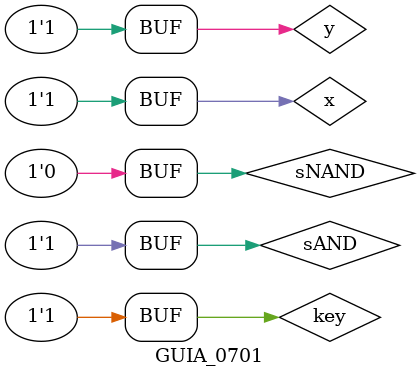
<source format=v>
/**
 * @file Guia_0701.v
 * @author 784778 - Wallace Freitas Oliveira (https://github.com/Olivwallace)
 * @brief Guia 07 Exercicio 01 - Arquitetura de Computadores I (PUC-Minas 1°/2023)
 * @date 19-03-2023
 */

/*
01.) Projetar e descrever em Verilog, usando portas nativas, inicialmente, uma unidade lógica (LU) com operações AND e NAND, com duas saídas 
independentes (paralelas, 2 respostas),  para variáveis de entrada com 01 com bit cada. Acrescentar a separação que permita apenas uma saída 
selecionável (1 resposta), segundo escolha feita por uma chave de seleção. O nome do arquivo deverá ser Guia_0701.v, e poderá seguir o modelo 
descrito abaixo.

Incluir previsão de testes.
Simular o módulo no Logisim e apresentar layout do circuito e subcircuitos.
DICA: Usar para o sinal extra para a seleção (0-NAND;1-AND).
*/

`timescale 1ps/1ps
`include "MultiMux.v"

module GUIA_0701;

    // ------------------------- Dados
    reg x, y, key;
    wire sAND, sNAND, sMUX;

    and A(sAND, x, y);
    nand B(sNAND, x, y);
    mux_2x1 MUX(sMUX, sAND, sNAND, key);


    //Inicializacao de Valores
    initial begin
        x=1'b0; y=1'b0; key=1'b0;
    end


    // ------------------------- Principal
    initial begin: main;

        $display("Guia_0701 - Teste");
        $display("MUX 2x1 (0 - AND | 1 - NAND)\n");

        // projetar testes do modulo
        $display("|  x  y  | KEY |  S |");
        $monitor("| %2b %2b  | %2b  | %2b |", x, y, key, sMUX);

        //Testes com MUX 0 - AND
        #1 x=1'b0; y=1'b1; key=1'b0;
        #1 x=1'b1; y=1'b0; key=1'b0;
        #1 x=1'b1; y=1'b1; key=1'b0;

        //Testes com MUX 1 - NAND
        #1 x=1'b0; y=1'b0; key=1'b1;
        #1 x=1'b0; y=1'b1; key=1'b1;
        #1 x=1'b1; y=1'b0; key=1'b1;
        #1 x=1'b1; y=1'b1; key=1'b1;
    end //main
endmodule 

</source>
